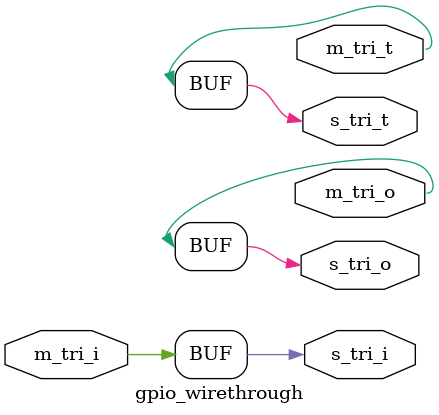
<source format=v>
module gpio_wirethrough
#(
parameter integer C_TRI_T_WIDTH = 1,
parameter integer C_HAS_TRI_T = 1,
parameter integer C_TRI_O_WIDTH = 1,
parameter integer C_HAS_TRI_O = 1,
parameter integer C_TRI_I_WIDTH = 1,
parameter integer C_HAS_TRI_I = 1
)
(
(* X_INTERFACE_INFO = "xilinx.com:interface:gpio_rtl:1.0 M_GPIO TRI_T " *)
 output wire [((C_TRI_T_WIDTH>0)?C_TRI_T_WIDTH:1)-1:0] m_tri_t,
(* X_INTERFACE_INFO = "xilinx.com:interface:gpio_rtl:1.0 M_GPIO TRI_O " *)
 output wire [((C_TRI_O_WIDTH>0)?C_TRI_O_WIDTH:1)-1:0] m_tri_o,
(* X_INTERFACE_INFO = "xilinx.com:interface:gpio_rtl:1.0 M_GPIO TRI_I " *)
 input wire [((C_TRI_I_WIDTH>0)?C_TRI_I_WIDTH:1)-1:0] m_tri_i,
(* X_INTERFACE_INFO = "xilinx.com:interface:gpio_rtl:1.0 S_GPIO TRI_T " *)
output wire [((C_TRI_T_WIDTH>0)?C_TRI_T_WIDTH:1)-1:0] s_tri_t,
(* X_INTERFACE_INFO = "xilinx.com:interface:gpio_rtl:1.0 S_GPIO TRI_O " *)
output wire [((C_TRI_O_WIDTH>0)?C_TRI_O_WIDTH:1)-1:0] s_tri_o,
(* X_INTERFACE_INFO = "xilinx.com:interface:gpio_rtl:1.0 S_GPIO TRI_I " *)
output wire [((C_TRI_I_WIDTH>0)?C_TRI_I_WIDTH:1)-1:0] s_tri_i
);
assign m_tri_t = s_tri_t;
assign m_tri_o = s_tri_o;
assign s_tri_i = m_tri_i;
endmodule

</source>
